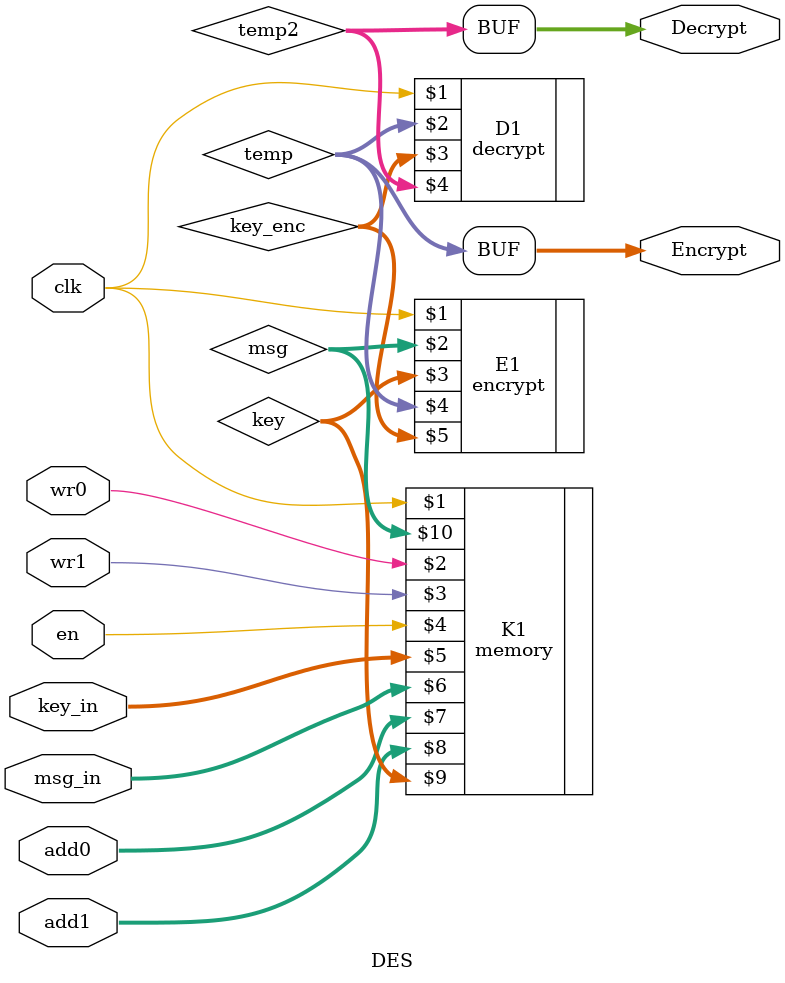
<source format=sv>
`include"Encrypt.sv"
`include"Decrypt.sv"
`include "memory.sv"
`timescale 1ns/10ps

/*module DES( input clk,  //Inputs for DES Top module // Clock signal
            input [1:64] key,   //Key Input Cipher
            input [1:64] msg,   //Input Message Text
            output [1:64] Encrypt,      //Output from module - Encrypted Cipher text
            output [1:64] Decrypt) ;    //Output from module - Decrypted cipher text*/
  
module DES( input clk,  //Inputs for DES Top module // Clock signal
			input wr0,
			input wr1,
			input en,
			input [1:64] key_in,
			input [1:64] msg_in,
			input [5:0] add0,
			input [5:0] add1,	
			//input [5:0] add2,
			//input [5:0] add3,	
      output [1:64] Encrypt,      //Output from module - Encrypted Cipher text
      output [1:64] Decrypt) ;    //Output from module - Decrypted cipher text
  
  reg [1:64] key,msg;
  //reg [5:0] add2,add3;
  reg [1:64] temp,temp2,temp3,temp4,key_enc; //Register to store output  - given to encrypt and decrypt


  encrypt E1(clk,msg,key,temp,key_enc);//encrypt module
  
  decrypt D1(clk,temp,key_enc,temp2);// decrpyt module

  memory K1(clk,wr0,wr1,en,key_in,msg_in,add0,add1,key,msg);//ram module

  //memory R1(clk,wr0,wr1,en,temp,temp2,add2,add3,temp3,temp4);

  assign Encrypt=temp;
  assign Decrypt=temp2;

endmodule



</source>
